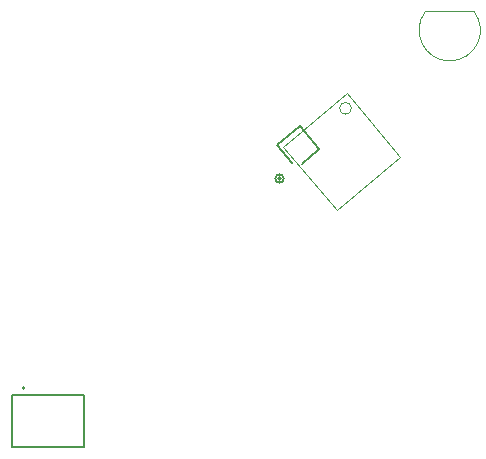
<source format=gbr>
G04 Layer_Color=16711935*
%FSLAX44Y44*%
%MOMM*%
%TF.FileFunction,Mechanical*%
%TF.Part,Single*%
G01*
G75*
%ADD38C,0.2000*%
%ADD39C,0.1270*%
%ADD67C,0.1000*%
%ADD68C,0.1524*%
D38*
X107438Y70452D02*
G03*
X107438Y70452I-1000J0D01*
G01*
D02*
G03*
X107438Y70452I-1000J0D01*
G01*
D39*
X324514Y247761D02*
G03*
X324514Y247761I-1270J0D01*
G01*
X326836D02*
G03*
X326836Y247761I-3592J0D01*
G01*
X324514D02*
G03*
X324514Y247761I-1270J0D01*
G01*
X326836D02*
G03*
X326836Y247761I-3592J0D01*
G01*
X158030Y20230D02*
Y64130D01*
X97030D02*
X158030D01*
X97030Y20230D02*
Y64130D01*
Y20230D02*
X158030D01*
Y64130D01*
X97030D02*
X158030D01*
X97030Y20230D02*
Y64130D01*
Y20230D02*
X158030D01*
X347254Y264591D02*
X356982Y272755D01*
X321198Y275886D02*
X329361Y266156D01*
X347254Y264591D02*
X356982Y272755D01*
X321198Y275886D02*
X329361Y266156D01*
D67*
X446872Y389387D02*
G03*
X487848Y389387I20488J-16007D01*
G01*
X384125Y307140D02*
G03*
X384125Y307140I-5000J0D01*
G01*
X446872Y389380D02*
X487849D01*
X326611Y274824D02*
X371606Y221201D01*
X380234Y319819D02*
X425229Y266196D01*
X371606Y221201D02*
X425229Y266196D01*
X326611Y274824D02*
X380234Y319819D01*
D68*
X329361Y266156D02*
X333443Y261292D01*
X342389Y260509D02*
X356982Y272755D01*
X340656Y292212D02*
X356982Y272755D01*
X321198Y275886D02*
X340656Y292212D01*
%TF.MD5,2C80D74CA464770D4CAA762AAE2DAF87*%
M02*

</source>
